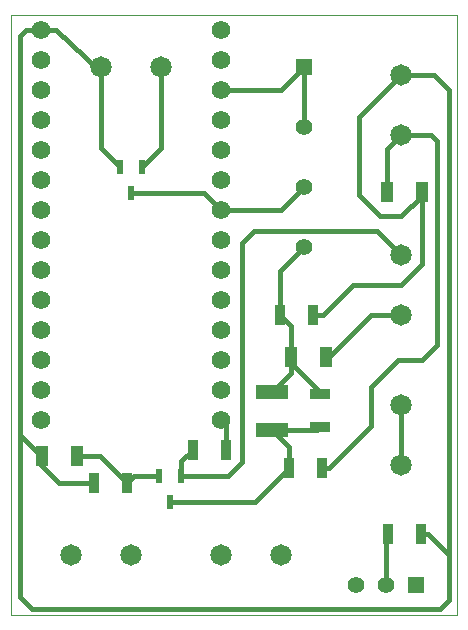
<source format=gtl>
G75*
%MOIN*%
%OFA0B0*%
%FSLAX25Y25*%
%IPPOS*%
%LPD*%
%AMOC8*
5,1,8,0,0,1.08239X$1,22.5*
%
%ADD10C,0.00000*%
%ADD11R,0.03600X0.07100*%
%ADD12R,0.05550X0.05550*%
%ADD13C,0.05550*%
%ADD14C,0.07124*%
%ADD15R,0.04400X0.06900*%
%ADD16C,0.06200*%
%ADD17R,0.02100X0.04600*%
%ADD18R,0.10600X0.04500*%
%ADD19R,0.07100X0.03600*%
%ADD20C,0.01600*%
%ADD21C,0.00800*%
D10*
X0001000Y0001000D02*
X0001000Y0200961D01*
X0149701Y0200961D01*
X0149701Y0001000D01*
X0001000Y0001000D01*
D11*
X0028500Y0045000D03*
X0039500Y0045000D03*
X0061500Y0056000D03*
X0072500Y0056000D03*
X0093500Y0050000D03*
X0104500Y0050000D03*
X0126500Y0028000D03*
X0137500Y0028000D03*
X0101500Y0101000D03*
X0090500Y0101000D03*
D12*
X0098500Y0183500D03*
X0136000Y0011000D03*
D13*
X0126000Y0011000D03*
X0116000Y0011000D03*
X0098500Y0123500D03*
X0098500Y0143500D03*
X0098500Y0163500D03*
D14*
X0131000Y0161000D03*
X0131000Y0181000D03*
X0131000Y0121000D03*
X0131000Y0101000D03*
X0131000Y0071000D03*
X0131000Y0051000D03*
X0091000Y0021000D03*
X0071000Y0021000D03*
X0041000Y0021000D03*
X0021000Y0021000D03*
X0031000Y0183500D03*
X0051000Y0183500D03*
D15*
X0094200Y0087000D03*
X0105800Y0087000D03*
X0126200Y0142000D03*
X0137800Y0142000D03*
X0022800Y0054000D03*
X0011200Y0054000D03*
D16*
X0011000Y0066000D03*
X0011000Y0076000D03*
X0011000Y0086000D03*
X0011000Y0096000D03*
X0011000Y0106000D03*
X0011000Y0116000D03*
X0011000Y0126000D03*
X0011000Y0136000D03*
X0011000Y0146000D03*
X0011000Y0156000D03*
X0011000Y0166000D03*
X0011000Y0176000D03*
X0011000Y0186000D03*
X0011000Y0196000D03*
X0071000Y0196000D03*
X0071000Y0186000D03*
X0071000Y0176000D03*
X0071000Y0166000D03*
X0071000Y0156000D03*
X0071000Y0146000D03*
X0071000Y0136000D03*
X0071000Y0126000D03*
X0071000Y0116000D03*
X0071000Y0106000D03*
X0071000Y0096000D03*
X0071000Y0086000D03*
X0071000Y0076000D03*
X0071000Y0066000D03*
D17*
X0057700Y0047300D03*
X0054000Y0038700D03*
X0050300Y0047300D03*
X0041000Y0141700D03*
X0037300Y0150300D03*
X0044700Y0150300D03*
D18*
X0088000Y0075400D03*
X0088000Y0062600D03*
D19*
X0104000Y0063500D03*
X0104000Y0074500D03*
D20*
X0104000Y0075200D01*
X0094200Y0085000D01*
X0094200Y0087000D01*
X0094200Y0097300D01*
X0090500Y0101000D01*
X0090500Y0115500D01*
X0098500Y0123500D01*
X0091000Y0136000D02*
X0098500Y0143500D01*
X0091000Y0136000D02*
X0071000Y0136000D01*
X0065300Y0141700D01*
X0041000Y0141700D01*
X0037300Y0150300D02*
X0031000Y0156600D01*
X0031000Y0181000D01*
X0030600Y0182400D01*
X0016000Y0196000D01*
X0011000Y0196000D01*
X0006000Y0196000D01*
X0004000Y0194000D01*
X0004000Y0061000D01*
X0011000Y0054000D01*
X0011200Y0054000D01*
X0011000Y0053800D01*
X0011000Y0051000D01*
X0017000Y0045000D01*
X0028500Y0045000D01*
X0030500Y0054000D02*
X0022800Y0054000D01*
X0030500Y0054000D02*
X0039500Y0045000D01*
X0041800Y0047300D01*
X0050300Y0047300D01*
X0054000Y0038700D02*
X0082200Y0038700D01*
X0093500Y0050000D01*
X0093500Y0057100D01*
X0088000Y0062600D01*
X0103100Y0062600D01*
X0104000Y0063500D01*
X0104500Y0050000D02*
X0107000Y0050000D01*
X0121000Y0064000D01*
X0121000Y0077000D01*
X0130000Y0086000D01*
X0138000Y0086000D01*
X0143000Y0091000D01*
X0143000Y0159000D01*
X0141000Y0161000D01*
X0131000Y0161000D01*
X0126200Y0156200D01*
X0126200Y0142000D01*
X0124000Y0134000D02*
X0117000Y0141000D01*
X0117000Y0167000D01*
X0131000Y0181000D01*
X0142000Y0181000D01*
X0147000Y0176000D01*
X0147000Y0021000D01*
X0140000Y0028000D01*
X0137500Y0028000D01*
X0147000Y0021000D02*
X0147000Y0006000D01*
X0144000Y0003000D01*
X0008000Y0003000D01*
X0004000Y0007000D01*
X0004000Y0061000D01*
X0057700Y0052200D02*
X0057700Y0047300D01*
X0073300Y0047300D01*
X0078000Y0052000D01*
X0078000Y0125000D01*
X0082000Y0129000D01*
X0123000Y0129000D01*
X0131000Y0121000D01*
X0138000Y0118000D02*
X0131000Y0111000D01*
X0115000Y0111000D01*
X0105000Y0101000D01*
X0101500Y0101000D01*
X0105800Y0087000D02*
X0107000Y0087000D01*
X0121000Y0101000D01*
X0131000Y0101000D01*
X0138000Y0118000D02*
X0138000Y0141800D01*
X0137800Y0142000D01*
X0137800Y0140800D01*
X0131000Y0134000D01*
X0124000Y0134000D01*
X0098500Y0163500D02*
X0098500Y0183500D01*
X0091000Y0176000D01*
X0071000Y0176000D01*
X0051000Y0183500D02*
X0051000Y0156600D01*
X0044700Y0150300D01*
X0094200Y0085000D02*
X0094200Y0081600D01*
X0088000Y0075400D01*
X0072500Y0064500D02*
X0072500Y0056000D01*
X0072500Y0064500D02*
X0071000Y0066000D01*
X0061500Y0056000D02*
X0057700Y0052200D01*
X0126000Y0027500D02*
X0126000Y0011000D01*
X0126000Y0027500D02*
X0126500Y0028000D01*
X0131000Y0051000D02*
X0131000Y0071000D01*
D21*
X0030600Y0182400D02*
X0030600Y0183400D01*
X0031000Y0183500D01*
M02*

</source>
